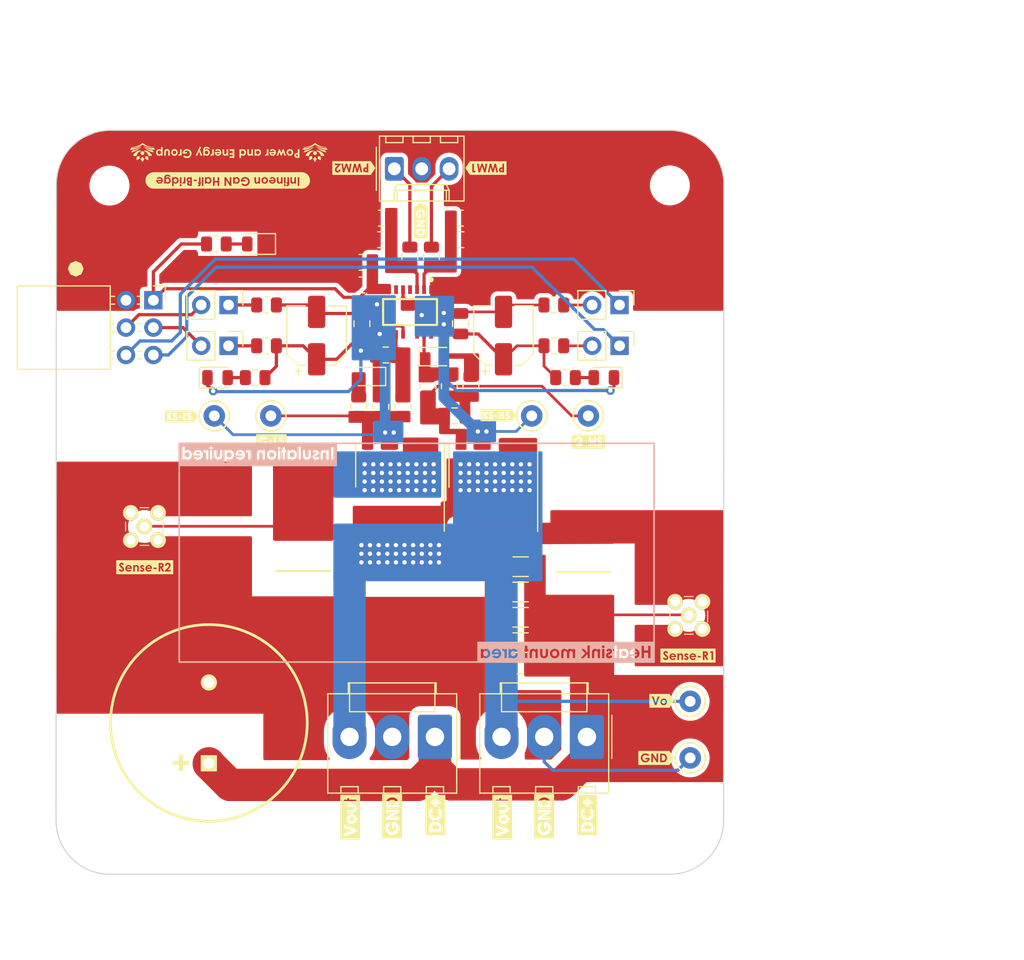
<source format=kicad_pcb>
(kicad_pcb (version 20221018) (generator pcbnew)
  (title_block (comment 4 "AISLER Project ID: ZPYPMIGU"))
  (layers (0 "F.Cu" mixed) (31 "B.Cu" mixed) (34 "B.Paste" user) (35 "F.Paste" user) (36 "B.SilkS" user "B.Silkscreen") (37 "F.SilkS" user "F.Silkscreen") (38 "B.Mask" user) (39 "F.Mask" user) (44 "Edge.Cuts" user))
  (net 0 "")
  (net 1 "GND")
  (net 2 "+3.3V")
  (net 3 "VCCA")
  (net 4 "VCCB")
  (net 5 "GND1")
  (net 6 "LED1")
  (net 7 "Net-(C5-Pad1)")
  (net 8 "Net-(D2-K)")
  (net 9 "GND2")
  (net 10 "OUTA")
  (net 11 "GND3")
  (net 12 "Net-(Q1-G)")
  (net 13 "Net-(D1-A)")
  (net 14 "Net-(D2-A)")
  (net 15 "Net-(D5-A)")
  (net 16 "Net-(D6-A)")
  (net 17 "Net-(D7-A)")
  (net 18 "Net-(J8-Pin_2)")
  (net 19 "Net-(J7-Pin_1)")
  (net 20 "HVDC+")
  (net 21 "PWM1")
  (net 22 "PWM2")
  (net 23 "OUTB")
  (net 24 "gnd-1")
  (net 25 "LED2")
  (net 26 "gnd-2")
  (net 27 "Net-(J6-Pin_1)")
  (net 28 "Net-(J5-Pin_2)")
  (net 30 "Net-(J9-Pad2)")
  (net 31 "Net-(J10-Pad1)")
  (net 32 "Net-(J1-Pin_3)")
  (net 33 "Net-(J2-Pin_1)")
  (net 34 "Net-(J2-Pin_3)")
  (net 35 "Net-(Q2-G)")
  (footprint "LED_SMD:LED_0805_2012Metric" (layer "F.Cu") (at 124.525 58.31 180)
    (fp_text reference "D5" hide)
    (fp_text value "LED")
  )
  (footprint "Connector_Molex:Molex_KK-254_AE-6410-03A_1x03_P2.54mm_Vertical" (layer "F.Cu") (at 137.235 51.33)
    (fp_text reference "J2" hide)
    (fp_text value "PWM")
  )
  (footprint "MountingHole:MountingHole_3.2mm_M3" (layer "F.Cu") (at 162.794466 52.874466)
    (fp_text reference "H3" hide)
    (fp_text value "MountingHole")
  )
  (footprint "kibuzzard-63FF1A06" (layer "F.Cu") (at 133.48 51.26 180)
    (fp_text reference "kibuzzard-63FF1A06" hide)
    (fp_text value "G***" hide)
  )
  (footprint "kibuzzard-640A1BC5" (layer "F.Cu") (at 117.48 74.31)
    (fp_text reference "kibuzzard-640A1BC5" hide)
    (fp_text value "G***" hide)
  )
  (footprint "Resistor_SMD:R_0805_2012Metric" (layer "F.Cu") (at 143.405 55.91)
    (fp_text reference "R16" hide)
    (fp_text value "10k")
  )
  (footprint "Connector_PinHeader_2.54mm:PinHeader_1x02_P2.54mm_Vertical" (layer "F.Cu") (at 121.855 67.76 -90)
    (fp_text reference "J6" hide)
    (fp_text value "5V")
  )
  (footprint "EKXL451ELL101MM30S:CAPPRD750W80D1825H3200" (layer "F.Cu") (at 120.03 106.51 90)
    (fp_text reference "C10" hide)
    (fp_text value "100uF/450V" hide)
  )
  (footprint "Resistor_SMD:R_0805_2012Metric" (layer "F.Cu") (at 124.325 70.71)
    (fp_text reference "R12" hide)
    (fp_text value "4.7k")
  )
  (footprint "Capacitor_SMD:CP_Elec_5x5.3" (layer "F.Cu") (at 130.025 66.81 90)
    (fp_text reference "C16" hide)
    (fp_text value "10uF/35V")
  )
  (footprint "2EDF7275K:TFLGA65P500X500X106-14_13N-V" (layer "F.Cu") (at 138.6925 64.62 -90)
    (fp_text reference "IC1" hide)
    (fp_text value "2EDF7275KXUMA1")
  )
  (footprint "kibuzzard-63FF19FC" (layer "F.Cu") (at 145.73 51.26 180)
    (fp_text reference "kibuzzard-63FF19FC" hide)
    (fp_text value "G***" hide)
  )
  (footprint "Resistor_SMD:R_0805_2012Metric" (layer "F.Cu") (at 148.88 97.46 180)
    (fp_text reference "R8" hide)
    (fp_text value "500k")
  )
  (footprint "Capacitor_SMD:C_0805_2012Metric" (layer "F.Cu") (at 134.225 62.11)
    (fp_text reference "C1" hide)
    (fp_text value "100nF")
  )
  (footprint "Capacitor_SMD:C_1206_3216Metric" (layer "F.Cu") (at 148.955 88.26 180)
    (fp_text reference "C9" hide)
    (fp_text value "100nF/450V")
  )
  (footprint "TestPoint:TestPoint_Keystone_5000-5004_Miniature" (layer "F.Cu") (at 149.98 74.26)
    (fp_text reference "TP5" hide)
    (fp_text value "TestPoint_Alt")
  )
  (footprint "kibuzzard-640A15B0" (layer "F.Cu") (at 151.13 111.41 90)
    (fp_text reference "kibuzzard-640A15B0" hide)
    (fp_text value "G***" hide)
  )
  (footprint "MMCX-J-P-H-ST-TH1:MMCXJPHSTTH1" (layer "F.Cu") (at 163.28 91.51)
    (fp_text reference "J9" hide)
    (fp_text value "MMCX-J-P-H-ST-TH1" hide)
  )
  (footprint "Resistor_SMD:R_0805_2012Metric" (layer "F.Cu") (at 125.38 63.97)
    (fp_text reference "FB2" hide)
    (fp_text value "fb")
  )
  (footprint "Resistor_SMD:R_0805_2012Metric" (layer "F.Cu") (at 138.675 59.51 -90)
    (fp_text reference "R13" hide)
    (fp_text value "100")
  )
  (footprint "Resistor_SMD:R_0805_2012Metric" (layer "F.Cu") (at 138.03 73.41 -90)
    (fp_text reference "R1" hide)
    (fp_text value "470")
  )
  (footprint "logo:IITDh logo" (layer "F.Cu") (at 129.88 49.806137 180)
    (fp_text reference "G***" hide)
    (fp_text value "LOGO" hide)
  )
  (footprint "Resistor_SMD:R_0805_2012Metric" (layer "F.Cu") (at 140.3425 71.51 -90)
    (fp_text reference "R3" hide)
    (fp_text value "470")
  )
  (footprint "Capacitor_SMD:C_1206_3216Metric" (layer "F.Cu") (at 148.955 90.61 180)
    (fp_text reference "C8" hide)
    (fp_text value "100nF/450V")
  )
  (footprint "LED_SMD:LED_0805_2012Metric" (layer "F.Cu") (at 156.6725 70.71 180)
    (fp_text reference "D6" hide)
    (fp_text value "LED")
  )
  (footprint "TestPoint:TestPoint_Keystone_5000-5004_Miniature" (layer "F.Cu") (at 164.68 100.76)
    (fp_text reference "TP4" hide)
    (fp_text value "TestPoint_Alt")
  )
  (footprint "Resistor_SMD:R_0805_2012Metric" (layer "F.Cu") (at 120.725 58.31 180)
    (fp_text reference "R10" hide)
    (fp_text value "4.7k")
  )
  (footprint "Package_SON:Infineon_PG-LSON-8-1" (layer "F.Cu") (at 146.42 80.89 90)
    (fp_text reference "Q1" hide)
    (fp_text value "IGLD60R190D1")
  )
  (footprint "Resistor_SMD:R_0805_2012Metric" (layer "F.Cu") (at 142.3425 71.51 -90)
    (fp_text reference "R2" hide)
    (fp_text value "10")
  )
  (footprint "kibuzzard-640A1BB7" (layer "F.Cu") (at 146.88 74.21)
    (fp_text reference "kibuzzard-640A1BB7" hide)
    (fp_text value "G***" hide)
  )
  (footprint "Connector_PinHeader_2.54mm:PinHeader_1x02_P2.54mm_Vertical" (layer "F.Cu") (at 121.855 63.97 -90)
    (fp_text reference "J7" hide)
    (fp_text value "GND")
  )
  (footprint "Resistor_SMD:R_0805_2012Metric" (layer "F.Cu") (at 144.3425 71.51 -90)
    (fp_text reference "R5" hide)
    (fp_text value "5.1")
  )
  (footprint "Capacitor_SMD:C_0805_2012Metric" (layer "F.Cu") (at 143.425 57.91 180)
    (fp_text reference "C14" hide)
    (fp_text value "100nF")
  )
  (footprint "Resistor_SMD:R_0805_2012Metric" (layer "F.Cu") (at 152.03 63.97)
    (fp_text reference "FB1" hide)
    (fp_text value "fb")
  )
  (footprint "Resistor_SMD:R_0805_2012Metric" (layer "F.Cu") (at 152.03 67.76)
    (fp_text reference "FB4" hide)
    (fp_text value "fb")
  )
  (footprint "Resistor_SMD:R_0805_2012Metric" (layer "F.Cu") (at 135.98 73.41 -90)
    (fp_text reference "R4" hide)
    (fp_text value "10")
  )
  (footprint "Resistor_SMD:R_0805_2012Metric" (layer "F.Cu") (at 153.1125 70.71 180)
    (fp_text reference "R11" hide)
    (fp_text value "4.7k")
  )
  (footprint "kibuzzard-640A15B9" (layer "F.Cu") (at 137.03 111.41 90)
    (fp_text reference "kibuzzard-640A15B9" hide)
    (fp_text value "G***" hide)
  )
  (footprint "Capacitor_SMD:C_0805_2012Metric" (layer "F.Cu") (at 135.955 57.91)
    (fp_text reference "C13" hide)
    (fp_text value "100nF")
  )
  (footprint "kibuzzard-63FF1A39" (layer "F.Cu") (at 114.08 88.31)
    (fp_text reference "kibuzzard-63FF1A39" hide)
    (fp_text value "G***" hide)
  )
  (footprint "kibuzzard-63EDDA14" (layer "F.Cu") (at 107.68 60.61)
    (fp_text reference "kibuzzard-63EDDA14" hide)
    (fp_text value "G***" hide)
  )
  (footprint "Connector_PinSocket_2.54mm:PinSocket_2x03_P2.54mm_Horizontal" (layer "F.Cu") (at 114.88 63.53)
    (fp_text reference "J4" hide)
    (fp_text value "Conn_02x03_Odd_Even")
  )
  (footprint "Connector_PinHeader_2.54mm:PinHeader_1x02_P2.54mm_Vertical" (layer "F.Cu") (at 158.13 67.76 -90)
    (fp_text reference "J5" hide)
    (fp_text value "5V")
  )
  (footprint "Capacitor_SMD:C_0805_2012Metric" (layer "F.Cu") (at 142.83 74.26 180)
    (fp_text reference "C5" hide)
    (fp_text value "2.2nF")
  )
  (footprint "kibuzzard-640A15A1" (layer "F.Cu") (at 161.53 106.01)
    (fp_text reference "kibuzzard-640A15A1" hide)
    (fp_text value "G***" hide)
  )
  (footprint "kibuzzard-63EE9044" (layer "F.Cu") (at 155.14 111.315 90)
    (fp_text reference "kibuzzard-63EE9044" hide)
    (fp_text value "G***" hide)
  )
  (footprint "kibuzzard-63EE9044" (layer "F.Cu") (at 141.04 111.315 90)
    (fp_text reference "kibuzzard-63EE9044" hide)
    (fp_text value "G***" hide)
  )
  (footprint "footprint:RESC10052X50N" (layer "F.Cu") (at 128.78 88.66 -90)
    (fp_text reference "R9" hide)
    (fp_text value "WSLP3921L1000FEA" hide)
  )
  (footprint "MountingHole:MountingHole_3.2mm_M3" (layer "F.Cu") (at 110.808932 52.888932)
    (fp_text reference "H4" hide)
    (fp_text value "MountingHole")
  )
  (footprint "Package_SON:Infineon_PG-LSON-8-1" (layer "F.Cu") (at 137.76 80.86 90)
    (fp_text reference "Q2" hide)
    (fp_text value "IGLD60R190D1")
  )
  (footprint "Diode_SMD:D_SOD-323" (layer "F.Cu") (at 134.93 70.61 180)
    (fp_text reference "D2" hide)
    (fp_text value "BAT165")
  )
  (footprint "Capacitor_SMD:C_0805_2012Metric" (layer "F.Cu") (at 136.4425 68.61 180)
    (fp_text reference "C4" hide)
    (fp_text value "2.2nF")
  )
  (footprint "Connector_Molex:Molex_KK-396_A-41791-0003_1x03_P3.96mm_Vertical" (layer "F.Cu") (at 141 104.06 180)
    (fp_text reference "J3" hide)
    (fp_text value "HVDC")
  )
  (footprint "kibuzzard-63EDD5C6" (layer "F.Cu") (at 125.83 76.61)
    (fp_text reference "kibuzzard-63EDD5C6" hide)
    (fp_text value "G***" hide)
  )
  (footprint "Resistor_SMD:R_0805_2012Metric" (layer "F.Cu") (at 140.675 59.51 -90)
    (fp_text reference "R14" hide)
    (fp_text value "100")
  )
  (footprint "TestPoint:TestPoint_Keystone_5000-5004_Miniature" (layer "F.Cu") (at 125.78 74.26)
    (fp_text reference "TP2" hide)
    (fp_text value "TestPoint_Alt")
  )
  (footprint "MMCX-J-P-H-ST-TH1:MMCXJPHSTTH1" (layer "F.Cu") (at 112.78 83.26)
    (fp_text reference "J10" hide)
    (fp_text value "MMCX-J-P-H-ST-TH1" hide)
  )
  (footprint "LED_SMD:LED_0805_2012Metric" (layer "F.Cu") (at 120.8375 70.71)
    (fp_text reference "D7" hide)
    (fp_text value "LED")
  )
  (footprint "kibuzzard-63FF19DB" (layer "F.Cu") (at 139.675 56.11 -90)
    (fp_text reference "kibuzzard-63FF19DB" hide)
    (fp_text value "G***" hide)
  )
  (footprint "Resistor_SMD:R_0805_2012Metric" (layer "F.Cu") (at 135.975 55.91 180)
    (fp_text reference "R15" hide)
    (fp_text value "10k")
  )
  (footprint "TestPoint:TestPoint_Keystone_5000-5004_Miniature" (layer "F.Cu") (at 155.23 74.26)
    (fp_text reference "TP1" hide)
    (fp_text value "TestPoint_Alt")
  )
  (footprint "kibuzzard-63EE9091" (layer "F.Cu") (at 133.14 111.515 90)
    (fp_text reference "kibuzzard-63EE9091" hide)
    (fp_text value "G***" hide)
  )
  (footprint "kibuzzard-63EDD5E0" (layer "F.Cu") (at 155.225 76.66)
    (fp_text reference "kibuzzard-63EDD5E0" hide)
    (fp_text value "G***" hide)
  )
  (footprint "Capacitor_SMD:C_1206_3216Metric" (layer "F.Cu") (at 148.955 95.31 180)
    (fp_text reference "C7" hide)
    (fp_text value "100nF/450V")
  )
  (footprint "kibuzzard-63EDD791" (layer "F.Cu") (at 164.48 96.51)
    (fp_text reference "kibuzzard-63EDD791" hide)
    (fp_text value "G***" hide)
  )
  (footprint "kibuzzard-63FF2B27" (layer "F.Cu") (at 117.43 106.46)
    (fp_text reference "kibuzzard-63FF2B27" hide)
    (fp_text value "G***" hide)
  )
  (footprint "footprint:RESC10052X50N" (layer "F.Cu") (at 154.78 88.77 -90)
    (fp_text reference "R7" hide)
    (fp_text value "WSLP3921L1000FEA" hide)
  )
  (footprint "kibuzzard-63EE9091" (layer "F.Cu") (at 147.24 111.515 90)
    (fp_text reference "kibuzzard-63EE9091" hide)
    (fp_text value "G***" hide)
  )
  (footprint "Diode_SMD:D_SOD-323" (layer "F.Cu") (at 141.0475 68.76)
    (fp_text reference "D1" hide)
    (fp_text value "BAT165")
  )
  (footprint "Connector_Molex:Molex_KK-396_A-41791-0003_1x03_P3.96mm_Vertical" (layer "F.Cu") (at 155.1 104.06 180)
    (fp_text reference "J1" hide)
    (fp_text value "HVDC")
  )
  (footprint "MountingHole:MountingHole_3.2mm_M3" (layer "F.Cu") (at 162.78 111.81)
    (fp_text reference "H1" hide)
    (fp_text value "MountingHole")
  )
  (footprint "Capacitor_SMD:C_0805_2012Metric" (layer "F.Cu") (at 134.225 65.71 -90)
    (fp_text reference "C3" hide)
    (fp_text value "1uF")
  )
  (footprint "kibuzzard-640AA4D3" (layer "F.Cu") (at 121.78 52.41 180)
    (fp_text reference "kibuzzard-640AA4D3" hide)
    (fp_text value "G***" hide)
  )
  (footprint "Capacitor_SMD:C_0805_2012Metric" (layer "F.Cu") (at 134.225 60.01)
    (fp_text reference "C11" hide)
    (fp_text value "100nF")
  )
  (footprint "kibuzzard-640AA404" (layer "F.Cu") (at 121.78 49.809999 180)
    (fp_text reference "kibuzzard-640AA404" hide)
    (fp_text value "G***" hide)
  )
  (footprint "Connector_PinHeader_2.54mm:PinHeader_1x02_P2.54mm_Vertical" (layer "F.Cu") (at 158.125 63.97 -90)
    (fp_text reference "J8" hide)
    (fp_text value "GND")
  )
  (footprint "logo:IITDh logo" (layer "F.Cu") (at 113.88 49.806137 180)
    (fp_text reference "G***" hide)
    (fp_text value "LOGO" hide)
  )
  (footprint "TestPoint:TestPoint_Keystone_5000-5004_Miniature" (layer "F.Cu") (at 164.68 106.01)
    (fp_text reference "TP6" hide)
    (fp_text value "TestPoint_Alt")
  )
  (footprint "Resistor_SMD:R_0805_2012Metric" (layer "F.Cu") (at 125.38 67.76 180)
    (fp_text reference "FB3" hide)
    (fp_text value "fb")
  )
  (footprint "Capacitor_SMD:C_0805_2012Metric" (layer "F.Cu") (at 143.375 65.71 -90)
    (fp_text reference "C2" hide)
    (fp_text value "1uF")
  )
  (footprint "TestPoint:TestPoint_Keystone_5000-5004_Miniature" (layer "F.Cu") (at 120.53 74.26)
    (fp_text reference "TP3" hide)
    (fp_text value "TestPoint_Alt")
  )
  (footprint "Capacitor_SMD:CP_Elec_5x5.3" (layer "F.Cu") (at 147.3625 66.81 90)
    (fp_text reference "C15" hide)
    (fp_text value "10uF/35V")
  )
  (footprint "MountingHole:MountingHole_3.2mm_M3" (layer "F.Cu") (at 110.88 111.81)
    (fp_text reference "H2" hide)
    (fp_text value "MountingHole")
  )
  (footprint "kibuzzard-640A14F1" (layer "F.Cu") (at 162.039726 100.71)
    (fp_text reference "kibuzzard-640A14F1" hide)
    (fp_text value "G***" hide)
  )
  (footprint "Capacitor_SMD:C_1206_3216Metric" (layer "F.Cu") (at 148.955 92.96 180)
    (fp_text reference "C6" hide)
    (fp_text value "100nF/450V")
  )
  (footprint "Resistor_SMD:R_0805_2012Metric" (layer "F.Cu") (at 133.93 73.41 -90)
    (fp_text reference "R6" hide)
    (fp_text value "5.1")
  )
  (footprint "kibuzzard-63FF27E9" (layer "B.Cu") (at 153.13 96.16 180)
    (fp_text reference "kibuzzard-63FF27E9" hide)
    (fp_text value "G***" hide)
  )
  (footprint "kibuzzard-63FF2952" (layer "B.Cu") (at 124.58 77.86 180)
    (fp_text reference "kibuzzard-63FF2952" hide)
    (fp_text value "G***" hide)
  )
  (gr_rect (start 117.28 76.81) (end 161.33 97.11) (stroke (width 0.15)) (fill none) (layer "B.SilkS"))
  (gr_line (start 167.78 111.81) (end 167.808932 52.774466) (stroke (width 0.1)) (layer "Edge.Cuts"))
  (gr_line (start 110.88 47.76) (end 162.794466 47.76) (stroke (width 0.1)) (layer "Edge.Cuts"))
  (gr_line (start 105.88 52.76) (end 105.851068 111.81) (stroke (width 0.1)) (layer "Edge.Cuts"))
  (gr_arc (start 110.851068 116.81) (mid 107.315524 115.345544) (end 105.851068 111.81) (stroke (width 0.1)) (layer "Edge.Cuts"))
  (gr_arc (start 105.88 52.76) (mid 107.344466 49.224466) (end 110.88 47.76) (stroke (width 0.1)) (layer "Edge.Cuts"))
  (gr_line (start 110.851068 116.81) (end 162.78 116.81) (stroke (width 0.1)) (layer "Edge.Cuts"))
  (gr_arc (start 167.78 111.81) (mid 166.315544 115.345544) (end 162.78 116.81) (stroke (width 0.1)) (layer "Edge.Cuts"))
  (gr_arc (start 162.794466 47.76) (mid 166.336031 49.232921) (end 167.808932 52.774466) (stroke (width 0.1)) (layer "Edge.Cuts"))
  (segment (start 138.0425 63.5725) (end 138.18 63.71) (width 0.3) (layer "F.Cu") (net 1))
  (segment (start 138.0425 62.545) (end 138.0425 63.5725) (width 0.3) (layer "F.Cu") (net 1))
  (segment (start 131.73 62.46) (end 115.95 62.46) (width 0.3) (layer "F.Cu") (net 2))
  (segment (start 132.53 63.26) (end 131.73 62.46) (width 0.3) (layer "F.Cu") (net 2))
  (segment (start 115.95 62.46) (end 114.88 63.53) (width 0.3) (layer "F.Cu") (net 2))
  (segment (start 114.88 63.53) (end 114.88 60.9) (width 0.3) (layer "F.Cu") (net 2))
  (segment (start 119.8125 58.31) (end 117.47 58.31) (width 0.3) (layer "F.Cu") (net 2))
  (segment (start 114.88 60.9) (end 117.47 58.31) (width 0.3) (layer "F.Cu") (net 2))
  (segment (start 135.175 62.11) (end 134.025 63.26) (width 0.3) (layer "F.Cu") (net 2))
  (segment (start 134.025 63.26) (end 132.53 63.26) (width 0.3) (layer "F.Cu") (net 2))
  (segment (start 156.63 66.26) (end 155.83 66.26) (width 0.3) (layer "B.Cu") (net 3))
  (segment (start 150.03 60.46) (end 120.73 60.46) (width 0.3) (layer "B.Cu") (net 3))
  (segment (start 155.83 66.26) (end 150.03 60.46) (width 0.3) (layer "B.Cu") (net 3))
  (segment (start 158.13 67.76) (end 156.63 66.26) (width 0.3) (layer "B.Cu") (net 3))
  (segment (start 120.73 60.46) (end 117.98 63.21) (width 0.3) (layer "B.Cu") (net 3))
  (segment (start 117.98 66.910001) (end 116.28 68.61) (width 0.3) (layer "B.Cu") (net 3))
  (segment (start 117.98 63.21) (end 117.98 66.910001) (width 0.3) (layer "B.Cu") (net 3))
  (segment (start 116.28 68.61) (end 114.88 68.61) (width 0.3) (layer "B.Cu") (net 3))
  (segment (start 117.625 66.07) (end 119.315 67.76) (width 0.3) (layer "F.Cu") (net 4))
  (segment (start 114.88 66.07) (end 117.625 66.07) (width 0.3) (layer "F.Cu") (net 4))
  (segment (start 113.64 67.31) (end 112.34 68.61) (width 0.3) (layer "B.Cu") (net 5))
  (segment (start 117.38 66.51) (end 116.58 67.31) (width 0.3) (layer "B.Cu") (net 5))
  (segment (start 116.58 67.31) (end 113.64 67.31) (width 0.3) (layer "B.Cu") (net 5))
  (segment (start 153.865 59.71) (end 120.63 59.71) (width 0.3) (layer "B.Cu") (net 5))
  (segment (start 117.38 62.96) (end 117.38 66.51) (width 0.3) (layer "B.Cu") (net 5))
  (segment (start 158.125 63.97) (end 153.865 59.71) (width 0.3) (layer "B.Cu") (net 5))
  (segment (start 120.63 59.71) (end 117.38 62.96) (width 0.3) (layer "B.Cu") (net 5))
  (segment (start 151.1175 67.76) (end 151.1175 69.6275) (width 0.25) (layer "F.Cu") (net 6))
  (segment (start 148.6125 67.76) (end 147.3625 69.01) (width 0.25) (layer "F.Cu") (net 6))
  (segment (start 145.0125 66.66) (end 147.3625 69.01) (width 0.3) (layer "F.Cu") (net 6))
  (segment (start 143.34 66.695) (end 140.6425 66.695) (width 0.3) (layer "F.Cu") (net 6))
  (segment (start 143.375 66.66) (end 145.0125 66.66) (width 0.3) (layer "F.Cu") (net 6))
  (segment (start 151.1175 67.76) (end 148.6125 67.76) (width 0.25) (layer "F.Cu") (net 6))
  (segment (start 143.375 66.66) (end 143.34 66.695) (width 0.3) (layer "F.Cu") (net 6))
  (segment (start 151.1175 69.6275) (end 152.2 70.71) (width 0.25) (layer "F.Cu") (net 6))
  (segment (start 118.415 64.87) (end 113.54 64.87) (width 0.3) (layer "F.Cu") (net 9))
  (segment (start 113.54 64.87) (end 112.34 66.07) (width 0.3) (layer "F.Cu") (net 9))
  (segment (start 119.315 63.97) (end 118.415 64.87) (width 0.3) (layer "F.Cu") (net 9))
  (segment (start 139.9925 68.755) (end 139.9975 68.76) (width 0.3) (layer "F.Cu") (net 10))
  (segment (start 139.9925 66.695) (end 139.9925 68.755) (width 0.3) (layer "F.Cu") (net 10))
  (segment (start 163.53 107.16) (end 164.68 106.01) (width 0.3) (layer "B.Cu") (net 11))
  (segment (start 151.93 107.16) (end 163.53 107.16) (width 0.3) (layer "B.Cu") (net 11))
  (segment (start 151.14 104.06) (end 151.14 106.37) (width 0.3) (layer "B.Cu") (net 11))
  (segment (start 151.14 106.37) (end 151.93 107.16) (width 0.3) (layer "B.Cu") (net 11))
  (segment (start 155.23 74.26) (end 153.68 74.26) (width 0.25) (layer "F.Cu") (net 12))
  (segment (start 153.68 74.26) (end 150.93 71.51) (width 0.25) (layer "F.Cu") (net 12))
  (segment (start 150.93 71.51) (end 141.255 71.51) (width 0.25) (layer "F.Cu") (net 12))
  (segment (start 141.255 71.51) (end 140.3425 72.4225) (width 0.25) (layer "F.Cu") (net 12))
  (segment (start 121.6375 58.31) (end 123.5875 58.31) (width 0.3) (layer "F.Cu") (net 15))
  (segment (start 154.025 70.71) (end 155.735 70.71) (width 0.3) (layer "F.Cu") (net 16))
  (segment (start 123.4125 70.71) (end 121.775 70.71) (width 0.3) (layer "F.Cu") (net 17))
  (segment (start 155.585 63.97) (end 152.9425 63.97) (width 0.25) (layer "F.Cu") (net 18))
  (segment (start 121.855 63.97) (end 124.4675 63.97) (width 0.3) (layer "F.Cu") (net 19))
  (segment (start 139.39 108.515) (end 141 106.905) (width 3) (layer "F.Cu") (net 20))
  (segment (start 155.1 106.105) (end 155.1 104.06) (width 3) (layer "F.Cu") (net 20))
  (segment (start 164.502 92.732) (end 154.968 92.732) (width 0.25) (layer "F.Cu") (net 20))
  (segment (start 164.55 92.78) (end 164.502 92.732) (width 0.25) (layer "F.Cu") (net 20))
  (segment (start 141 104.06) (end 141 106.975) (width 3) (layer "F.Cu") (net 20))
  (segment (start 152.74 108.465) (end 155.1 106.105) (width 3) (layer "F.Cu") (net 20))
  (segment (start 141 106.975) (end 142.49 108.465) (width 3) (layer "F.Cu") (net 20))
  (segment (start 121.985 108.515) (end 120.03 106.56) (width 3) (layer "F.Cu") (net 20))
  (segment (start 142.49 108.465) (end 152.74 108.465) (width 3) (layer "F.Cu") (net 20))
  (segment (start 120.03 106.56) (end 120.03 106.51) (width 3) (layer "F.Cu") (net 20))
  (segment (start 141 106.905) (end 141 104.06) (width 3) (layer "F.Cu") (net 20))
  (segment (start 121.985 108.515) (end 139.39 108.515) (width 3) (layer "F.Cu") (net 20))
  (segment (start 154.968 92.732) (end 154.78 92.92) (width 0.25) (layer "F.Cu") (net 20))
  (segment (start 139.9925 61.105) (end 140.675 60.4225) (width 0.3) (layer "F.Cu") (net 21))
  (segment (start 139.9925 62.545) (end 139.9925 61.105) (width 0.3) (layer "F.Cu") (net 21))
  (segment (start 139.3425 61.09) (end 138.675 60.4225) (width 0.3) (layer "F.Cu") (net 22))
  (segment (start 139.3425 62.545) (end 139.3425 61.09) (width 0.3) (layer "F.Cu") (net 22))
  (segment (start 137.3925 66.695) (end 137.3925 68.61) (width 0.3) (layer "F.Cu") (net 23))
  (segment (start 139.775 64.91) (end 139.3425 65.3425) (width 0.25) (layer "F.Cu") (net 24))
  (segment (start 141.875 64.76) (end 143.875 64.76) (width 0.25) (layer "F.Cu") (net 24))
  (segment (start 151.1175 63.97) (end 148.0025 63.97) (width 0.25) (layer "F.Cu") (net 24))
  (segment (start 144.025 64.61) (end 147.3625 64.61) (width 0.25) (layer "F.Cu") (net 24))
  (segment (start 141.825 64.71) (end 141.875 64.76) (width 0.25) (layer "F.Cu") (net 24))
  (segment (start 157.28 71.91) (end 157.61 71.58) (width 0.3) (layer "F.Cu") (net 24))
  (segment (start 139.3425 65.3425) (end 139.3425 66.695) (width 0.25) (layer "F.Cu") (net 24))
  (segment (start 157.61 71.58) (end 157.61 70.71) (width 0.3) (layer "F.Cu") (net 24))
  (segment (start 141.625 64.91) (end 139.775 64.91) (width 0.3) (layer "F.Cu") (net 24))
  (segment (start 148.0025 63.97) (end 147.3625 64.61) (width 0.25) (layer "F.Cu") (net 24))
  (segment (start 141.825 64.71) (end 141.825 65.76) (width 0.3) (layer "F.Cu") (net 24))
  (segment (start 141.825 64.71) (end 141.625 64.91) (width 0.3) (layer "F.Cu") (net 24))
  (segment (start 143.875 64.76) (end 144.025 64.61) (width 0.25) (layer "F.Cu") (net 24))
  (via (at 145.78 75.71) (size 0.8) (drill 0.4) (layers "F.Cu" "B.Cu") (net 24))
  (via (at 144.98 75.71) (size 0.8) (drill 0.4) (layers "F.Cu" "B.Cu") (net 24))
  (via (at 139.775 64.91) (size 0.8) (drill 0.4) (layers "F.Cu" "B.Cu") (net 24))
  (via (at 141.825 64.71) (size 0.8) (drill 0.4) (layers "F.Cu" "B.Cu") (net 24))
  (via (at 141.825 65.76) (size 0.8) (drill 0.4) (layers "F.Cu" "B.Cu") (net 24))
  (via (at 157.28 71.91) (size 0.8) (drill 0.4) (layers "F.Cu" "B.Cu") (net 24))
  (segment (start 141.825 65.76) (end 141.825 71.21) (width 1) (layer "B.Cu") (net 24))
  (segment (start 141.825 71.21) (end 141.825 72.555) (width 1) (layer "B.Cu") (net 24))
  (segment (start 148.53 75.71) (end 145.78 75.71) (width 0.25) (layer "B.Cu") (net 24))
  (segment (start 142.98 71.91) (end 142.28 71.21) (width 0.3) (layer "B.Cu") (net 24))
  (segment (start 141.825 72.555) (end 144.98 75.71) (width 1) (layer "B.Cu") (net 24))
  (segment (start 142.28 71.21) (end 141.825 71.21) (width 0.3) (layer "B.Cu") (net 24))
  (segment (start 149.98 74.26) (end 148.53 75.71) (width 0.25) (layer "B.Cu") (net 24))
  (segment (start 157.28 71.91) (end 142.98 71.91) (width 0.3) (layer "B.Cu") (net 24))
  (segment (start 126.2925 69.655) (end 125.2375 70.71) (width 0.3) (layer "F.Cu") (net 25))
  (segment (start 128.775 67.76) (end 130.025 69.01) (width 0.3) (layer "F.Cu") (net 25))
  (segment (start 138.0425 66.07) (end 138.0425 66.695) (width 0.3) (layer "F.Cu") (net 25))
  (segment (start 126.2925 67.76) (end 126.2925 69.655) (width 0.3) (layer "F.Cu") (net 25))
  (segment (start 130.025 69.01) (end 131.875 69.01) (width 0.3) (layer "F.Cu") (net 25))
  (segment (start 134.225 66.66) (end 134.975 65.91) (width 0.3) (layer "F.Cu") (net 25))
  (segment (start 134.975 65.91) (end 137.8825 65.91) (width 0.3) (layer "F.Cu") (net 25))
  (segment (start 137.8825 65.91) (end 138.0425 66.07) (width 0.3) (layer "F.Cu") (net 25))
  (segment (start 126.2925 67.76) (end 128.775 67.76) (width 0.3) (layer "F.Cu") (net 25))
  (segment (start 131.875 69.01) (end 134.225 66.66) (width 0.3) (layer "F.Cu") (net 25))
  (segment (start 129.385 63.97) (end 130.025 64.61) (width 0.3) (layer "F.Cu") (net 26))
  (segment (start 134.225 64.76) (end 130.175 64.76) (width 0.3) (layer "F.Cu") (net 26))
  (segment (start 135.798528 66.66) (end 135.875 66.66) (width 0.3) (layer "F.Cu") (net 26))
  (segment (start 134.225 64.76) (end 134.775 64.76) (width 0.3) (layer "F.Cu") (net 26))
  (segment (start 135.875 66.66) (end 135.91 66.695) (width 0.25) (layer "F.Cu") (net 26))
  (segment (start 134.13 68.21) (end 134.248528 68.21) (width 0.3) (layer "F.Cu") (net 26))
  (segment (start 119.9 71.43) (end 119.9 70.71) (width 0.3) (layer "F.Cu") (net 26))
  (segment (start 130.175 64.76) (end 130.025 64.61) (width 0.3) (layer "F.Cu") (net 26))
  (segment (start 126.2925 63.97) (end 129.385 63.97) (width 0.3) (layer "F.Cu") (net 26))
  (segment (start 134.775 64.76) (end 135.625 63.91) (width 0.3) (layer "F.Cu") (net 26))
  (segment (start 134.248528 68.21) (end 135.798528 66.66) (width 0.3) (layer "F.Cu") (net 26))
  (segment (start 135.91 66.695) (end 136.7425 66.695) (width 0.25) (layer "F.Cu") (net 26))
  (segment (start 120.43 71.96) (end 119.9 71.43) (width 0.3) (layer "F.Cu") (net 26))
  (via (at 135.625 63.91) (size 0.8) (drill 0.4) (layers "F.Cu" "B.Cu") (net 26))
  (via (at 136.38 75.81) (size 0.8) (drill 0.4) (layers "F.Cu" "B.Cu") (net 26))
  (via (at 134.13 68.21) (size 0.8) (drill 0.4) (layers "F.Cu" "B.Cu") (net 26))
  (via (at 120.43 71.96) (size 0.8) (drill 0.4) (layers "F.Cu" "B.Cu") (net 26))
  (via (at 135.875 66.66) (size 0.8) (drill 0.4) (layers "F.Cu" "B.Cu") (net 26))
  (via (at 137.18 75.81) (size 0.8) (drill 0.4) (layers "F.Cu" "B.Cu") (net 26))
  (segment (start 122.28 76.01) (end 120.53 74.26) (width 0.25) (layer "B.Cu") (net 26))
  (segment (start 136.38 75.81) (end 136.38 68.71) (width 1) (layer "B.Cu") (net 26))
  (segment (start 136.18 76.01) (end 136.38 75.81) (width 0.25) (layer "B.Cu") (net 26))
  (segment (start 120.43 71.96) (end 120.48 72.01) (width 0.3) (layer "B.Cu") (net 26))
  (segment (start 132.98 72.01) (end 134.13 70.86) (width 0.3) (layer "B.Cu") (net 26))
  (segment (start 120.48 72.01) (end 132.98 72.01) (width 0.3) (layer "B.Cu") (net 26))
  (segment (start 134.13 70.86) (end 134.13 68.21) (width 0.3) (layer "B.Cu") (net 26))
  (segment (start 136.18 76.01) (end 122.28 76.01) (width 0.25) (layer "B.Cu") (net 26))
  (segment (start 121.855 67.76) (end 124.4675 67.76) (width 0.3) (layer "F.Cu") (net 27))
  (segment (start 155.59 67.76) (end 152.9425 67.76) (width 0.25) (layer "F.Cu") (net 28))
  (segment (start 128.78 84.51) (end 114.07 84.51) (width 0.25) (layer "F.Cu") (net 31))
  (segment (start 137.55 79.96) (end 137.52 79.99) (width 0.25) (layer "F.Cu") (net 31))
  (segment (start 114.07 84.51) (end 114.05 84.53) (width 0.25) (layer "F.Cu") (net 31))
  (via (at 139.28 81.16) (size 0.8) (drill 0.4) (layers "F.Cu" "B.Cu") (net 31))
  (via (at 140.08 79.56) (size 0.8) (drill 0.4) (layers "F.Cu" "B.Cu") (net 31))
  (via (at 140.88 78.76) (size 0.8) (drill 0.4) (layers "F.Cu" "B.Cu") (net 31))
  (via (at 135.28 80.36) (size 0.8) (drill 0.4) (layers "F.Cu" "B.Cu") (net 31))
  (via (at 136.08 79.56) (size 0.8) (drill 0.4) (layers "F.Cu" "B.Cu") (net 31))
  (via (at 134.48 81.16) (size 0.8) (drill 0.4) (layers "F.Cu" "B.Cu") (net 31))
  (via (at 136.88 78.76) (size 0.8) (drill 0.4) (layers "F.Cu" "B.Cu") (net 31))
  (via (at 136.08 81.16) (size 0.8) (drill 0.4) (layers "F.Cu" "B.Cu") (net 31))
  (via (at 136.08 78.76) (size 0.8) (drill 0.4) (layers "F.Cu" "B.Cu") (net 31))
  (via (at 136.08 80.36) (size 0.8) (drill 0.4) (layers "F.Cu" "B.Cu") (net 31))
  (via (at 140.88 80.36) (size 0.8) (drill 0.4) (layers "F.Cu" "B.Cu") (net 31))
  (via (at 140.88 79.56) (size 0.8) (drill 0.4) (layers "F.Cu" "B.Cu") (net 31))
  (via (at 135.28 79.56) (size 0.8) (drill 0.4) (layers "F.Cu" "B.Cu") (net 31))
  (via (at 138.48 80.36) (size 0.8) (drill 0.4) (layers "F.Cu" "B.Cu") (net 31))
  (via (at 140.88 81.16) (size 0.8) (drill 0.4) (layers "F.Cu" "B.Cu") (net 31))
  (via (at 134.48 79.56) (size 0.8) (drill 0.4) (layers "F.Cu" "B.Cu") (net 31))
  (via (at 138.48 79.56) (size 0.8) (drill 0.4) (layers "F.Cu" "B.Cu") (net 31))
  (via (at 139.28 78.76) (size 0.8) (drill 0.4) (layers "F.Cu" "B.Cu") (net 31))
  (via (at 140.08 81.16) (size 0.8) (drill 0.4) (layers "F.Cu" "B.Cu") (net 31))
  (via (at 134.48 80.36) (size 0.8) (drill 0.4) (layers "F.Cu" "B.Cu") (net 31))
  (via (at 139.28 80.36) (size 0.8) (drill 0.4) (layers "F.Cu" "B.Cu") (net 31))
  (via (at 138.48 81.16) (size 0.8) (drill 0.4) (layers "F.Cu" "B.Cu") (net 31))
  (via (at 138.48 78.76) (size 0.8) (drill 0.4) (layers "F.Cu" "B.Cu") (net 31))
  (via (at 137.68 79.56) (size 0.8) (drill 0.4) (layers "F.Cu" "B.Cu") (net 31))
  (via (at 135.28 81.16) (size 0.8) (drill 0.4) (layers "F.Cu" "B.Cu") (net 31))
  (via (at 140.08 80.36) (size 0.8) (drill 0.4) (layers "F.Cu" "B.Cu") (net 31))
  (via (at 136.88 81.16) (size 0.8) (drill 0.4) (layers "F.Cu" "B.Cu") (net 31))
  (via (at 134.48 78.76) (size 0.8) (drill 0.4) (layers "F.Cu" "B.Cu") (net 31))
  (via (at 139.28 79.56) (size 0.8) (drill 0.4) (layers "F.Cu" "B.Cu") (net 31))
  (via (at 136.88 79.56) (size 0.8) (drill 0.4) (layers "F.Cu" "B.Cu") (net 31))
  (via (at 137.68 78.76) (size 0.8) (drill 0.4) (layers "F.Cu" "B.Cu") (net 31))
  (via (at 137.68 80.36) (size 0.8) (drill 0.4) (layers "F.Cu" "B.Cu") (net 31))
  (via (at 136.88 80.36) (size 0.8) (drill 0.4) (layers "F.Cu" "B.Cu") (net 31))
  (via (at 140.08 78.76) (size 0.8) (drill 0.4) (layers "F.Cu" "B.Cu") (net 31))
  (via (at 135.28 78.76) (size 0.8) (drill 0.4) (layers "F.Cu" "B.Cu") (net 31))
  (via (at 137.68 81.16) (size 0.8) (drill 0.4) (layers "F.Cu" "B.Cu") (net 31))
  (via (at 148.18 79.56) (size 0.8) (drill 0.4) (layers "F.Cu" "B.Cu") (net 32))
  (via (at 148.98 79.56) (size 0.8) (drill 0.4) (layers "F.Cu" "B.Cu") (net 32))
  (via (at 134.98 87.86) (size 0.8) (drill 0.4) (layers "F.Cu" "B.Cu") (net 32))
  (via (at 144.18 80.36) (size 0.8) (drill 0.4) (layers "F.Cu" "B.Cu") (net 32))
  (via (at 134.98 87.06) (size 0.8) (drill 0.4) (layers "F.Cu" "B.Cu") (net 32))
  (via (at 147.38 79.56) (size 0.8) (drill 0.4) (layers "F.Cu" "B.Cu") (net 32))
  (via (at 148.98 80.36) (size 0.8) (drill 0.4) (layers "F.Cu" "B.Cu") (net 32))
  (via (at 145.78 79.56) (size 0.8) (drill 0.4) (layers "F.Cu" "B.Cu") (net 32))
  (via (at 143.38 81.16) (size 0.8) (drill 0.4) (layers "F.Cu" "B.Cu") (net 32))
  (via (at 145.78 80.36) (size 0.8) (drill 0.4) (layers "F.Cu" "B.Cu") (net 32))
  (via (at 138.18 86.26) (size 0.8) (drill 0.4) (layers "F.Cu" "B.Cu") (net 32))
  (via (at 149.78 80.36) (size 0.8) (drill 0.4) (layers "F.Cu" "B.Cu") (net 32))
  (via (at 136.58 86.26) (size 0.8) (drill 0.4) (layers "F.Cu" "B.Cu") (net 32))
  (via (at 147.38 78.76) (size 0.8) (drill 0.4) (layers "F.Cu" "B.Cu") (net 32))
  (via (at 140.58 87.86) (size 0.8) (drill 0.4) (layers "F.Cu" "B.Cu") (net 32))
  (via (at 140.58 87.06) (size 0.8) (drill 0.4) (layers "F.Cu" "B.Cu") (net 32))
  (via (at 143.38 79.56) (size 0.8) (drill 0.4) (layers "F.Cu" "B.Cu") (net 32))
  (via (at 138.98 87.86) (size 0.8) (drill 0.4) (layers "F.Cu" "B.Cu") (net 32))
  (via (at 140.58 86.26) (size 0.8) (drill 0.4) (layers "F.Cu" "B.Cu") (net 32))
  (via (at 143.38 78.76) (size 0.8) (drill 0.4) (layers "F.Cu" "B.Cu") (net 32))
  (via (at 136.58 87.86) (size 0.8) (drill 0.4) (layers "F.Cu" "B.Cu") (net 32))
  (via (at 143.38 80.36) (size 0.8) (drill 0.4) (layers "F.Cu" "B.Cu") (net 32))
  (via (at 137.38 87.86) (size 0.8) (drill 0.4) (layers "F.Cu" "B.Cu") (net 32))
  (via (at 138.18 87.86) (size 0.8) (drill 0.4) (layers "F.Cu" "B.Cu") (net 32))
  (via (at 149.78 81.16) (size 0.8) (drill 0.4) (layers "F.Cu" "B.Cu") (net 32))
  (via (at 145.78 78.76) (size 0.8) (drill 0.4) (layers "F.Cu" "B.Cu") (net 32))
  (via (at 138.98 87.06) (size 0.8) (drill 0.4) (layers "F.Cu" "B.Cu") (net 32))
  (via (at 147.38 80.36) (size 0.8) (drill 0.4) (layers "F.Cu" "B.Cu") (net 32))
  (via (at 134.18 86.26) (size 0.8) (drill 0.4) (layers "F.Cu" "B.Cu") (net 32))
  (via (at 148.18 78.76) (size 0.8) (drill 0.4) (layers "F.Cu" "B.Cu") (net 32))
  (via (at 149.78 79.56) (size 0.8) (drill 0.4) (layers "F.Cu" "B.Cu") (net 32))
  (via (at 137.38 87.06) (size 0.8) (drill 0.4) (layers "F.Cu" "B.Cu") (net 32))
  (via (at 141.38 87.86) (size 0.8) (drill 0.4) (layers "F.Cu" "B.Cu") (net 32))
  (via (at 139.78 87.06) (size 0.8) (drill 0.4) (layers "F.Cu" "B.Cu") (net 32))
  (via (at 148.18 81.16) (size 0.8) (drill 0.4) (layers "F.Cu" "B.Cu") (net 32))
  (via (at 147.38 81.16) (size 0.8) (drill 0.4) (layers "F.Cu" "B.Cu") (net 32))
  (via (at 139.78 87.86) (size 0.8) (drill 0.4) (layers "F.Cu" "B.Cu") (net 32))
  (via (at 135.78 86.26) (size 0.8) (drill 0.4) (layers "F.Cu" "B.Cu") (net 32))
  (via (at 146.58 79.56) (size 0.8) (drill 0.4) (layers "F.Cu" "B.Cu") (net 32))
  (via (at 135.78 87.86) (size 0.8) (drill 0.4) (layers "F.Cu" "B.Cu") (net 32))
  (via (at 146.58 80.36) (size 0.8) (drill 0.4) (layers "F.Cu" "B.Cu") (net 32))
  (via (at 144.98 80.36) (size 0.8) (drill 0.4) (layers "F.Cu" "B.Cu") (net 32))
  (via (at 144.98 81.16) (size 0.8) (drill 0.4) (layers "F.Cu" "B.Cu") (net 32))
  (via (at 141.38 86.26) (size 0.8) (drill 0.4) (layers "F.Cu" "B.Cu") (net 32))
  (via (at 138.98 86.26) (size 0.8) (drill 0.4) (layers "F.Cu" "B.Cu") (net 32))
  (via (at 144.18 79.56) (size 0.8) (drill 0.4) (layers "F.Cu" "B.Cu") (net 32))
  (via (at 134.18 87.06) (size 0.8) (drill 0.4) (layers "F.Cu" "B.Cu") (net 32))
  (via (at 146.58 81.16) (size 0.8) (drill 0.4) (layers "F.Cu" "B.Cu") (net 32))
  (via (at 146.58 78.76) (size 0.8) (drill 0.4) (layers "F.Cu" "B.Cu") (net 32))
  (via (at 148.98 78.76) (size 0.8) (drill 0.4) (layers "F.Cu" "B.Cu") (net 32))
  (via (at 145.78 81.16) (size 0.8) (drill 0.4) (layers "F.Cu" "B.Cu") (net 32))
  (via (at 139.78 86.26) (size 0.8) (drill 0.4) (layers "F.Cu" "B.Cu") (net 32))
  (via (at 148.98 81.16) (size 0.8) (drill 0.4) (layers "F.Cu" "B.Cu") (net 32))
  (via (at 144.98 79.56) (size 0.8) (drill 0.4) (layers "F.Cu" "B.Cu") (net 32))
  (via (at 136.58 87.06) (size 0.8) (drill 0.4) (layers "F.Cu" "B.Cu") (net 32))
  (via (at 138.18 87.06) (size 0.8) (drill 0.4) (layers "F.Cu" "B.Cu") (net 32))
  (via (at 134.18 87.86) (size 0.8) (drill 0.4) (layers "F.Cu" "B.Cu") (net 32))
  (via (at 144.98 78.76) (size 0.8) (drill 0.4) (layers "F.Cu" "B.Cu") (net 32))
  (via (at 135.78 87.06) (size 0.8) (drill 0.4) (layers "F.Cu" "B.Cu") (net 32))
  (via (at 134.98 86.26) (size 0.8) (drill 0.4) (layers "F.Cu" "B.Cu") (net 32))
  (via (at 137.38 86.26) (size 0.8) (drill 0.4) (layers "F.Cu" "B.Cu") (net 32))
  (via (at 144.18 81.16) (size 0.8) (drill 0.4) (layers "F.Cu" "B.Cu") (net 32))
  (via (at 144.18 78.76) (size 0.8) (drill 0.4) (layers "F.Cu" "B.Cu") (net 32))
  (via (at 148.18 80.36) (size 0.8) (drill 0.4) (layers "F.Cu" "B.Cu") (net 32))
  (via (at 149.78 78.76) (size 0.8) (drill 0.4) (layers "F.Cu" "B.Cu") (net 32))
  (via (at 141.38 87.06) (size 0.8) (drill 0.4) (layers "F.Cu" "B.Cu") (net 32))
  (segment (start 133.08 104.06) (end 133.08 88.81) (width 3) (layer "B.Cu") (net 32))
  (segment (start 164.68 100.76) (end 147.18 100.76) (width 0.3) (layer "B.Cu") (net 32))
  (segment (start 147.18 104.06) (end 147.18 100.76) (width 3) (layer "B.Cu") (net 32))
  (segment (start 147.18 100.76) (end 147.18 89.21) (width 3) (layer "B.Cu") (net 32))
  (segment (start 138.675 52.77) (end 138.675 58.5975) (width 0.3) (layer "F.Cu") (net 33))
  (segment (start 137.235 51.33) (end 138.675 52.77) (width 0.3) (layer "F.Cu") (net 33))
  (segment (start 140.675 52.97) (end 140.675 58.5975) (width 0.3) (layer "F.Cu") (net 34))
  (segment (start 142.315 51.33) (end 140.675 52.97) (width 0.3) (layer "F.Cu") (net 34))
  (segment (start 133.8675 74.26) (end 125.78 74.26) (width 0.25) (layer "F.Cu") (net 35))
  (segment (start 133.93 74.3225) (end 133.8675 74.26) (width 0.25) (layer "F.Cu") (net 35))
  (zone (net 32) (net_name "Net-(J1-Pin_3)") (layer "F.Cu") (name "J1-P3") (priority 1) (connect_pads yes (clearance 0.8)) (min_thickness 0.254) (fill yes (thermal_gap 0.508) (thermal_bridge_width 0.508))
    (polygon (pts (xy 142.08 78.21) (xy 145.58 78.21) (xy 145.58 76.31) (xy 150.48 76.31) (xy 150.48 83.51) (xy 142.78 83.51) (xy 142.78 85.63) (xy 133.38 85.63) (xy 133.38 82.61) (xy 141.53 82.61) (xy 141.53 82.16) (xy 142.08 82.16)))
  )
  (zone (net 22) (net_name "PWM2") (layer "F.Cu") (name "PWM2") (priority 1) (connect_pads yes (clearance 0.4)) (min_thickness 0.254) (fill yes (thermal_gap 0.508) (thermal_bridge_width 0.508))
    (polygon (pts (xy 137.525 59.86) (xy 139.375 59.86) (xy 139.375 61.01) (xy 136.375 61.01) (xy 136.375 54.96) (xy 137.525 54.96)))
  )
  (zone (net 12) (net_name "Net-(Q1-G)") (layer "F.Cu") (name "1") (priority 2) (connect_pads yes (clearance 0.4)) (min_thickness 0.254) (fill yes (thermal_gap 0.508) (thermal_bridge_width 0.508) (smoothing chamfer) (radius 0.1))
    (polygon (pts (xy 141.08 73.56) (xy 142.38 73.56) (xy 142.38 75.06) (xy 139.63 75.06) (xy 139.63 71.91) (xy 141.08 71.91)))
  )
  (zone (net 8) (net_name "Net-(D2-K)") (layer "F.Cu") (name "1") (priority 2) (connect_pads yes (clearance 0.4)) (min_thickness 0.254) (fill yes (thermal_gap 0.508) (thermal_bridge_width 0.508))
    (polygon (pts (xy 136.03 69.31) (xy 134.98 69.31) (xy 134.98 67.91) (xy 136.03 67.91)))
  )
  (zone (net 23) (net_name "OUTB") (layer "F.Cu") (name "1") (priority 2) (connect_pads yes (clearance 0.4)) (min_thickness 0.254) (fill yes (thermal_gap 0.508) (thermal_bridge_width 0.508) (smoothing chamfer) (radius 0.1))
    (polygon (pts (xy 138.73 73.01) (xy 137.33 73.01) (xy 137.33 67.91) (xy 138.73 67.91)))
  )
  (zone (net 30) (net_name "Net-(J9-Pad2)") (layer "F.Cu") (connect_pads yes (clearance 0.8)) (min_thickness 0.254) (fill yes (thermal_gap 0.508) (thermal_bridge_width 0.508))
    (polygon (pts (xy 167.78 97.81) (xy 159.53 97.81) (xy 159.53 86.11) (xy 151.78 86.11) (xy 151.78 83.01) (xy 167.78 83.01)))
  )
  (zone (net 8) (net_name "Net-(D2-K)") (layer "F.Cu") (name "1") (priority 2) (connect_pads yes (clearance 0.4)) (min_thickness 0.254) (fill yes (thermal_gap 0.508) (thermal_bridge_width 0.508) (smoothing chamfer) (radius 0.1))
    (polygon (pts (xy 136.48 73.01) (xy 135.23 73.01) (xy 135.23 67.91) (xy 136.48 67.91)))
  )
  (zone (net 24) (net_name "gnd-1") (layer "F.Cu") (name "1") (priority 2) (connect_pads yes (clearance 0.4)) (min_thickness 0.254) (fill yes (thermal_gap 0.508) (thermal_bridge_width 0.508))
    (polygon (pts (xy 146.18 77.41) (xy 144.58 77.41) (xy 144.58 75.21) (xy 146.18 75.21)))
  )
  (zone (net 35) (net_name "Net-(Q2-G)") (layer "F.Cu") (name "1") (priority 2) (connect_pads yes (clearance 0.4)) (min_thickness 0.254) (fill yes (thermal_gap 0.508) (thermal_bridge_width 0.508))
    (polygon (pts (xy 138.73 74.86) (xy 134.63 74.86) (xy 134.63 74.91) (xy 132.98 74.91) (xy 132.98 73.81) (xy 138.73 73.81)))
  )
  (zone (net 31) (net_name "Net-(J10-Pad1)") (layer "F.Cu") (name "1") (connect_pads yes (clearance 0.8)) (min_thickness 0.254) (fill yes (thermal_gap 0.508) (thermal_bridge_width 0.508) (smoothing chamfer) (radius 0.1))
    (polygon (pts (xy 141.38 81.66) (xy 131.58 81.66) (xy 131.58 85.86) (xy 125.98 85.86) (xy 125.98 78.46) (xy 141.38 78.46)))
  )
  (zone (net 2) (net_name "+3.3V") (layer "F.Cu") (name "3.3") (priority 1) (connect_pads yes (clearance 0.3)) (min_thickness 0.254) (fill yes (thermal_gap 0.508) (thermal_bridge_width 0.508))
    (polygon (pts (xy 135.725 62.01) (xy 137.025 62.01) (xy 137.025 62.96) (xy 134.675 62.96) (xy 134.675 59.26) (xy 135.725 59.26)))
  )
  (zone (net 32) (net_name "Net-(J1-Pin_3)") (layer "F.Cu") (name "1") (connect_pads yes (clearance 0.4)) (min_thickness 0.254) (fill yes (thermal_gap 0.508) (thermal_bridge_width 0.508))
    (polygon (pts (xy 141.98 88.46) (xy 133.38 88.46) (xy 133.38 82.66) (xy 141.98 82.66)))
  )
  (zone (net 7) (net_name "Net-(C5-Pad1)") (layer "F.Cu") (name "1") (connect_pads yes (clearance 0.4)) (min_thickness 0.254) (fill yes (thermal_gap 0.508) (thermal_bridge_width 0.508) (smoothing chamfer) (radius 0.1))
    (polygon (pts (xy 145.08 72.96) (xy 144.28 72.96) (xy 144.28 74.96) (xy 143.28 74.96) (xy 143.28 72.96) (xy 141.63 72.96) (xy 141.63 71.91) (xy 145.08 71.91)))
  )
  (zone (net 26) (net_name "gnd-2") (layer "F.Cu") (name "1") (priority 2) (connect_pads yes (clearance 0.4)) (min_thickness 0.254) (fill yes (thermal_gap 0.508) (thermal_bridge_width 0.508) (smoothing chamfer) (radius 0.1))
    (polygon (pts (xy 137.58 77.41) (xy 135.98 77.41) (xy 135.98 75.41) (xy 137.58 75.41)))
  )
  (zone (net 12) (net_name "Net-(Q1-G)") (layer "F.Cu") (name "1") (priority 2) (connect_pads yes (clearance 0.4)) (min_thickness 0.254) (fill yes (thermal_gap 0.508) (thermal_bridge_width 0.508) (smoothing chamfer) (radius 0.1))
    (polygon (pts (xy 142.38 75.46) (xy 143.93 75.46) (xy 143.93 77.41) (xy 142.93 77.41) (xy 142.93 75.96) (xy 141.38 75.96) (xy 141.38 73.51) (xy 142.38 73.51)))
  )
  (zone (net 20) (net_name "HVDC+") (layer "F.Cu") (priority 2) (connect_pads yes (clearance 0.8)) (min_thickness 0.254) (fill yes (thermal_gap 0.508) (thermal_bridge_width 0.508))
    (polygon (pts (xy 157.63 108.26) (xy 153.53 108.26) (xy 153.53 98.46) (xy 149.28 98.46) (xy 149.28 90.86) (xy 157.63 90.86)))
  )
  (zone (net 11) (net_name "GND3") (layer "F.Cu") (name "gnd3") (priority 1) (connect_pads yes (clearance 0.8)) (min_thickness 0.254) (fill yes (thermal_gap 0.508) (thermal_bridge_width 0.508))
    (polygon (pts (xy 148.48 99.71) (xy 152.93 99.71) (xy 152.93 107.61) (xy 149.33 107.61) (xy 149.33 102.96) (xy 145.63 102.96) (xy 145.63 87.11) (xy 148.48 87.11)))
  )
  (zone (net 13) (net_name "Net-(D1-A)") (layer "F.Cu") (name "1") (priority 2) (connect_pads yes (clearance 0.4)) (min_thickness 0.254) (fill yes (thermal_gap 0.508) (thermal_bridge_width 0.508))
    (polygon (pts (xy 145.0925 71.06) (xy 143.6925 71.06) (xy 143.6925 68.96) (xy 141.7925 68.96) (xy 141.7925 68.46) (xy 145.0925 68.46)))
  )
  (zone (net 11) (net_name "GND3") (layer "F.Cu") (name "1") (connect_pads yes (clearance 0.8)) (min_thickness 0.254) (fill yes (thermal_gap 0.508) (thermal_bridge_width 0.508))
    (polygon (pts (xy 147.38 106.36) (xy 125.08 106.36) (xy 125.08 91.06) (xy 147.38 91.06)))
  )
  (zone (net 30) (net_name "Net-(J9-Pad2)") (layer "F.Cu") (name "q1-p1") (connect_pads yes (clearance 0.8)) (min_thickness 0.254) (fill yes (thermal_gap 0.508) (thermal_bridge_width 0.508))
    (polygon (pts (xy 157.55 86.14) (xy 151.809143 86.165396) (xy 151.82306 86.175332) (xy 142.924634 86.088176) (xy 142.931287 84.213097) (xy 151.71057 84.174857) (xy 151.71 83.02) (xy 157.55 83.02)))
  )
  (zone (net 11) (net_name "GND3") (layer "F.Cu") (connect_pads yes (clearance 0.8)) (min_thickness 0.254) (fill yes (thermal_gap 0.508) (thermal_bridge_width 0.508) (smoothing chamfer) (radius 0.1))
    (polygon (pts (xy 124.03 91.01) (xy 132.53 91.01) (xy 132.53 101.91) (xy 105.83 101.91) (xy 105.83 78.51) (xy 124.03 78.51)))
  )
  (zone (net 14) (net_name "Net-(D2-A)") (layer "F.Cu") (name "1") (priority 2) (connect_pads yes (clearance 0.4)) (min_thickness 0.254) (fill yes (thermal_gap 0.508) (thermal_bridge_width 0.508) (smoothing chamfer) (radius 0.1))
    (polygon (pts (xy 134.58 73.01) (xy 133.28 73.01) (xy 133.28 70.21) (xy 134.58 70.21)))
  )
  (zone (net 20) (net_name "HVDC+") (layer "F.Cu") (priority 2) (connect_pads yes (clearance 0.8)) (min_thickness 0.254) (fill yes (thermal_gap 0.508) (thermal_bridge_width 0.508))
    (polygon (pts (xy 157.58 108.26) (xy 167.78 108.26) (xy 167.78 98.31) (xy 157.58 98.31)))
  )
  (zone (net 31) (net_name "Net-(J10-Pad1)") (layer "F.Cu") (name "J10-P2") (connect_pads yes (clearance 0.4)) (min_thickness 0.254) (fill yes (thermal_gap 0.508) (thermal_bridge_width 0.508) (smoothing chamfer) (radius 0.1))
    (polygon (pts (xy 141.253711 81.646361) (xy 134.126417 81.709978) (xy 134.136156 77.81) (xy 138.03 77.81) (xy 138.03 76.269326) (xy 141.327292 76.267667)))
  )
  (zone (net 21) (net_name "PWM1") (layer "F.Cu") (name "pwm1") (priority 1) (connect_pads yes (clearance 0.4)) (min_thickness 0.254) (fill yes (thermal_gap 0.508) (thermal_bridge_width 0.508))
    (polygon (pts (xy 143.025 60.96) (xy 139.975 60.96) (xy 139.975 59.86) (xy 141.925 59.86) (xy 141.925 55.21) (xy 143.025 55.21)))
  )
  (zone (net 20) (net_name "HVDC+") (layer "F.Cu") (connect_pads yes (clearance 0.8)) (min_thickness 0.254) (fill yes (thermal_gap 0.508) (thermal_bridge_width 0.508))
    (polygon (pts (xy 151.28 90.96) (xy 149.28 90.96) (xy 149.28 87.16) (xy 151.28 87.16)))
  )
  (zone (net 10) (net_name "OUTA") (layer "F.Cu") (name "1") (priority 2) (connect_pads yes (clearance 0.4)) (min_thickness 0.254) (fill yes (thermal_gap 0.508) (thermal_bridge_width 0.508))
    (polygon (pts (xy 140.5925 69.76) (xy 143.1925 69.76) (xy 143.1925 71.16) (xy 139.4925 71.16) (xy 139.4925 68.36) (xy 140.5925 68.36)))
  )
  (zone (net 35) (net_name "Net-(Q2-G)") (layer "F.Cu") (name "q2 p8") (priority 2) (connect_pads yes (clearance 0.4)) (min_thickness 0.254) (fill yes (thermal_gap 0.508) (thermal_bridge_width 0.508) (smoothing chamfer) (radius 0.1))
    (polygon (pts (xy 135.28 77.41) (xy 134.23 77.41) (xy 134.23 73.86) (xy 135.28 73.86)))
  )
  (zone (net 23) (net_name "OUTB") (layer "F.Cu") (name "1") (priority 2) (connect_pads yes (clearance 0.4)) (min_thickness 0.254) (fill yes (thermal_gap 0.508) (thermal_bridge_width 0.508))
    (polygon (pts (xy 138.03 69.36) (xy 136.88 69.36) (xy 136.88 67.91) (xy 138.03 67.91)))
  )
  (zone (net 1) (net_name "GND") (layer "F.Cu") (name "GND") (connect_pads yes (clearance 0.4)) (min_thickness 0.254) (fill yes (thermal_gap 0.508) (thermal_bridge_width 0.508) (smoothing chamfer) (radius 0.1))
    (polygon (pts (xy 164.98 48.26) (xy 166.38 49.26) (xy 167.28 50.51) (xy 167.73 51.76) (xy 167.83 53.46) (xy 167.83 64.51) (xy 137.83 64.51) (xy 137.83 63.26) (xy 136.18 63.26) (xy 136.18 64.51) (xy 105.88 64.51) (xy 105.88 52.51) (xy 106.03 51.51) (xy 106.38 50.56) (xy 107.03 49.56) (xy 108.18 48.56) (xy 109.68 47.91) (xy 110.98 47.76) (xy 163.38 47.76)))
    (polygon (pts (xy 136.88 61.36) (xy 136.88 61.91) (xy 138.93 61.91) (xy 138.93 61.36)))
    (polygon (pts (xy 119.03 57.16) (xy 119.03 59.41) (xy 124.53 59.41) (xy 124.53 57.16)))
    (polygon (pts (xy 139.13 52.61) (xy 139.13 57.91) (xy 140.28 57.91) (xy 140.28 52.61)))
    (polygon (pts (xy 141.03 52.71) (xy 141.03 57.81) (xy 141.83 57.81) (xy 141.83 52.76) (xy 141.78 52.76) (xy 141.83 52.71)))
    (polygon (pts (xy 135.98 52.26) (xy 135.98 55.31) (xy 138.23 55.31) (xy 138.23 52.26)))
  )
  (zone (net 26) (net_name "gnd-2") (layer "B.Cu") (name "J1-P3") (priority 1) (connect_pads yes (clearance 0.4)) (min_thickness 0.254) (fill yes (thermal_gap 0.508) (thermal_bridge_width 0.508))
    (polygon (pts (xy 137.375 69.11) (xy 133.28 69.11) (xy 133.275 68.815) (xy 133.275 63.06) (xy 137.375 63.06)))
  )
  (zone (net 32) (net_name "Net-(J1-Pin_3)") (layer "B.Cu") (connect_pads yes (clearance 0.8)) (min_thickness 0.254) (fill yes (thermal_gap 0.508) (thermal_bridge_width 0.508))
    (polygon (pts (xy 131.58 89.61) (xy 131.58 84.26) (xy 150.98 84.26) (xy 150.98 89.61)))
  )
  (zone (net 24) (net_name "gnd-1") (layer "B.Cu") (name "J1-P3") (priority 2) (connect_pads yes (clearance 0.4)) (min_thickness 0.254) (fill yes (thermal_gap 0.508) (thermal_bridge_width 0.508))
    (polygon (pts (xy 146.675 76.71) (xy 143.98 76.71) (xy 143.925 76.71) (xy 143.925 74.81) (xy 143.98 74.61) (xy 146.675 74.61)))
  )
  (zone (net 31) (net_name "Net-(J10-Pad1)") (layer "B.Cu") (connect_pads yes (clearance 0.8)) (min_thickness 0.254) (fill yes (thermal_gap 0.508) (thermal_bridge_width 0.508))
    (polygon (pts (xy 141.58 81.86) (xy 131.58 81.86) (xy 131.58 77.56) (xy 141.58 77.56)))
  )
  (zone (net 32) (net_name "Net-(J1-Pin_3)") (layer "B.Cu") (priority 1) (connect_pads yes (clearance 0.8)) (min_thickness 0.254) (fill yes (thermal_gap 0.508) (thermal_bridge_width 0.508))
    (polygon (pts (xy 150.98 84.36) (xy 142.68 84.36) (xy 142.68 77.56) (xy 150.98 77.56)))
  )
  (zone (net 24) (net_name "gnd-1") (layer "B.Cu") (name "J1-P3") (priority 2) (connect_pads yes (clearance 0.4)) (min_thickness 0.254) (fill yes (thermal_gap 0.508) (thermal_bridge_width 0.508))
    (polygon (pts (xy 142.78 64.305) (xy 142.78 66.91) (xy 139.13 66.91) (xy 139.13 63.12) (xy 142.78 63.12)))
  )
  (zone (net 26) (net_name "gnd-2") (layer "B.Cu") (name "J1-P3") (priority 1) (connect_pads yes (clearance 0.4)) (min_thickness 0.254) (fill yes (thermal_gap 0.508) (thermal_bridge_width 0.508))
    (polygon (pts (xy 138.075 76.71) (xy 135.28 76.71) (xy 135.28 74.81) (xy 135.38 74.71) (xy 137.88 74.71) (xy 138.075 74.71)))
  )
)
</source>
